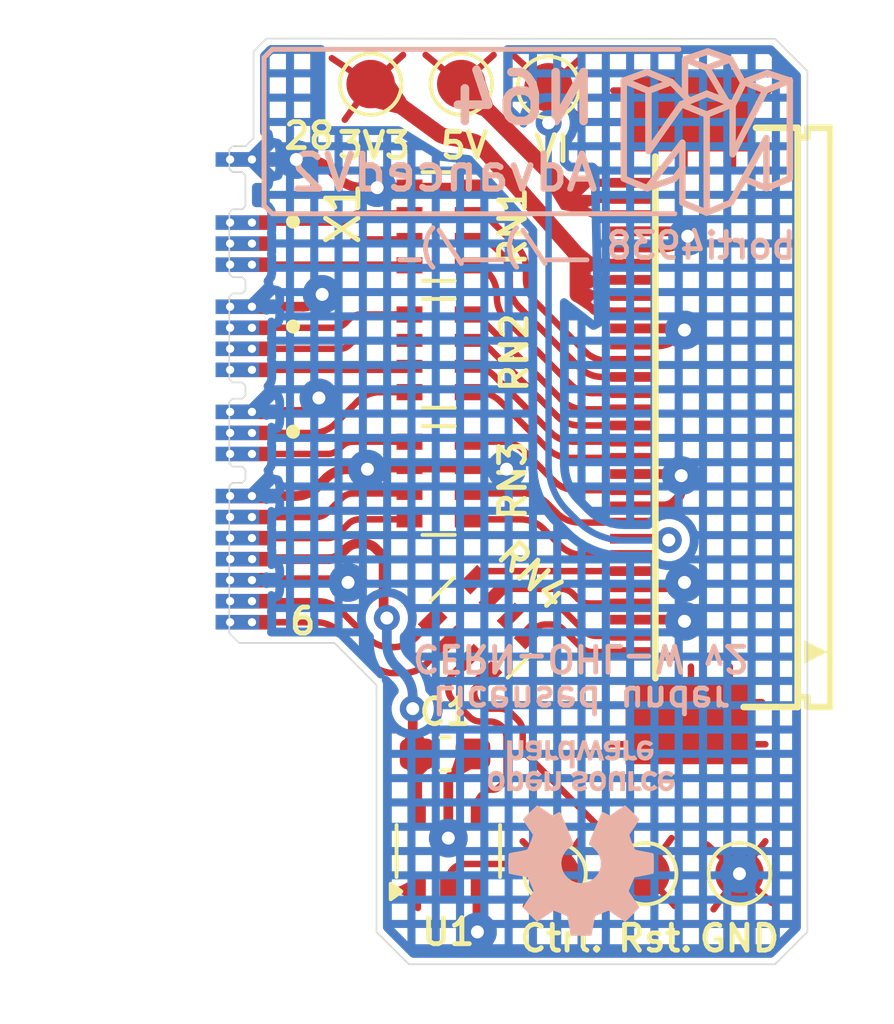
<source format=kicad_pcb>
(kicad_pcb (version 20241229) (generator "pcbnew") (generator_version "9.0")
  (title_block (title "RCP2N64Adv2") (rev "v20231105") (company "Peter 'borti4938' Bartmann") (comment 1 "Schematic and PCB (c) 2021-2023 by Peter Bartmann") (comment 2 "Licensed under CERN-OHL-W v2"))
  (layers (0 "F.Cu" signal) (2 "B.Cu" signal) (13 "F.Paste" user) (15 "B.Paste" user) (5 "F.SilkS" user "F.Silkscreen") (7 "B.SilkS" user "B.Silkscreen") (1 "F.Mask" user) (3 "B.Mask" user) (25 "Edge.Cuts" user))
  (net 0 "")
  (net 1 "+3.3VA")
  (net 2 "GND")
  (net 3 "+5V")
  (net 4 "Net-(J3-Pin_1)")
  (net 5 "Net-(J4-Pin_1)")
  (net 6 "Net-(J5-Pin_1)")
  (net 7 "Net-(J6-Pin_13)")
  (net 8 "Net-(J6-Pin_17)")
  (net 9 "Net-(J6-Pin_14)")
  (net 10 "+3V3")
  (net 11 "Net-(J6-Pin_15)")
  (net 12 "Net-(J6-Pin_18)")
  (net 13 "Net-(J6-Pin_16)")
  (net 14 "Net-(RN1-R4.1)")
  (net 15 "Net-(RN1-R2.1)")
  (net 16 "Net-(RN1-R3.1)")
  (net 17 "Net-(RN2-R1.1)")
  (net 18 "Net-(RN2-R2.1)")
  (net 19 "Net-(RN2-R3.1)")
  (net 20 "Net-(RN2-R4.1)")
  (net 21 "Net-(RN3-R3.1)")
  (net 22 "Net-(RN3-R1.1)")
  (net 23 "Net-(RN4-R1.1)")
  (net 25 "Net-(RN3-R4.1)")
  (net 26 "/CTRL")
  (net 27 "Net-(RN4-R2.1)")
  (net 28 "Net-(J6-Pin_1)")
  (net 29 "Net-(J6-Pin_6)")
  (net 30 "Net-(J6-Pin_19)")
  (net 31 "Net-(J6-Pin_11)")
  (net 32 "Net-(J6-Pin_4)")
  (net 33 "Net-(J6-Pin_7)")
  (net 34 "Net-(J6-Pin_2)")
  (net 35 "Net-(J6-Pin_9)")
  (footprint "TestPoint:TestPoint_Pad_D1.5mm" (layer "F.Cu") (at 101.5 115.7 90)
    (property "Reference" "J3.1" (hide yes))
    (property "Value" "Conn_01x01")
  )
  (footprint "Capacitor_SMD:C_0603_1608Metric_Pad1.08x0.95mm_HandSolder" (layer "F.Cu") (at 92.4 112)
    (property "Reference" "C1")
    (property "Value" "100nF")
  )
  (footprint "Resistor_SMD:R_Array_Convex_4x0603" (layer "F.Cu") (at 93.5 108.1 45)
    (property "Reference" "RN4")
    (property "Value" "R_Pack04")
  )
  (footprint "Resistor_SMD:R_Array_Convex_4x0603" (layer "F.Cu") (at 92.2 103.55)
    (property "Reference" "RN3")
    (property "Value" "R_Pack04")
  )
  (footprint "Resistor_SMD:R_Array_Convex_4x0603" (layer "F.Cu") (at 92.2 99.62)
    (property "Reference" "RN2")
    (property "Value" "R_Pack04")
  )
  (footprint "smd_edge_con:small" (layer "F.Cu") (at 85.76 105.98)
    (property "Reference" "X2" (hide yes))
    (property "Value" "Conn_01x01")
  )
  (footprint "TestPoint:TestPoint_Pad_D1.5mm" (layer "F.Cu") (at 92.9 91.3)
    (property "Reference" "J1" (hide yes))
    (property "Value" "Conn_01x01")
  )
  (footprint "TestPoint:TestPoint_Pad_D1.5mm" (layer "F.Cu") (at 95.6 91.4)
    (property "Reference" "J3" (hide yes))
    (property "Value" "Conn_01x01")
  )
  (footprint "fh12-30s-0_5:FH12-30S-0.5SH" (layer "F.Cu") (at 101.4 101.6 90)
    (property "Reference" "J6" (hide yes))
    (property "Value" "Conn_01x30")
  )
  (footprint "Resistor_SMD:R_Array_Convex_4x0603" (layer "F.Cu") (at 92.2 95.7)
    (property "Reference" "RN1")
    (property "Value" "R_Pack04")
  )
  (footprint "TestPoint:TestPoint_Pad_D1.5mm" (layer "F.Cu") (at 98.6 115.7 180)
    (property "Reference" "J5" (hide yes))
    (property "Value" "Conn_01x01")
  )
  (footprint "TestPoint:TestPoint_Pad_D1.5mm" (layer "F.Cu") (at 90.1 91.3 180)
    (property "Reference" "J2" (hide yes))
    (property "Value" "Conn_01x01")
  )
  (footprint "n64rcp:Connector_RCP_Vi+Aud_Interface_no_3V3" (layer "F.Cu") (at 85.755 107.93)
    (property "Reference" "X1")
    (property "Value" "n64_rcp_vid_aud_out_no_3v3_con")
  )
  (footprint "TestPoint:TestPoint_Pad_D1.5mm" (layer "F.Cu") (at 95.8 115.7 180)
    (property "Reference" "J4" (hide yes))
    (property "Value" "Conn_01x01")
  )
  (footprint "Package_SO:TSOP-5_1.65x3.05mm_P0.95mm" (layer "F.Cu") (at 92.5 115 90)
    (property "Reference" "U1")
    (property "Value" "74LVC1G17")
  )
  (footprint "Symbol:OSHW-Logo_5.7x6mm_SilkScreen" (layer "B.Cu") (at 96.6 114.6)
    (property "Reference" "REF**" (hide yes))
    (property "Value" "OSHW-Logo_5.7x6mm_SilkScreen" (hide yes))
  )
  (gr_line (start 91.5 112.7) (end 91.9 112.3) (stroke (width 0.2)) (layer "F.Cu") (net 1))
  (gr_line (start 101.2 110.4) (end 101.2 109.3) (stroke (width 0.2)) (layer "F.Cu"))
  (gr_line (start 95.8 115.7) (end 96.7 116.6) (stroke (width 0.2)) (layer "F.Cu") (net 5))
  (gr_line (start 97.9 115) (end 98.5 115.2) (stroke (width 0.2)) (layer "F.Cu") (net 6))
  (gr_line (start 96.6 97.6) (end 97 97.8) (stroke (width 0.2)) (layer "F.Cu") (net 10))
  (gr_line (start 92.7 112.5) (end 92.9 111.9) (stroke (width 0.2)) (layer "F.Cu") (net 2))
  (gr_arc (start 96.2 95) (mid 96.181266 94.979319) (end 96.16466 94.956893) (stroke (width 0.2)) (layer "F.Cu") (net 3))
  (gr_line (start 101.5 92.6) (end 102.4 92.6) (stroke (width 0.2)) (layer "F.Cu"))
  (gr_line (start 91.4 116.2) (end 90.9 116.2) (stroke (width 0.2)) (layer "F.Cu") (net 24))
  (gr_line (start 93.6 92.2) (end 92.8 91.9) (stroke (width 0.2)) (layer "F.Cu") (net 3))
  (gr_line (start 91.4 113.6) (end 91.5 113.2) (stroke (width 0.2)) (layer "F.Cu") (net 1))
  (gr_line (start 90.1 91.3) (end 89.3 92.4) (stroke (width 0.2)) (layer "F.Cu") (net 10))
  (gr_line (start 91 116.2) (end 91.4 116) (stroke (width 0.2)) (layer "F.Cu") (net 24))
  (gr_line (start 101.5 115.7) (end 100.5 114.8) (stroke (width 0.2)) (layer "F.Cu") (net 2))
  (gr_line (start 100 110.4) (end 100 109.3) (stroke (width 0.2)) (layer "F.Cu"))
  (gr_line (start 96.5 94.7) (end 96.858256 94.355628) (stroke (width 0.2)) (layer "F.Cu") (net 3))
  (gr_line (start 101.4 111.7) (end 102.3 111.7) (stroke (width 0.2)) (layer "F.Cu"))
  (gr_line (start 93.6 116.4) (end 93.4 116.8) (stroke (width 0.2)) (layer "F.Cu") (net 2))
  (gr_line (start 90.1 91.3) (end 88.9 90.5) (stroke (width 0.2)) (layer "F.Cu") (net 10))
  (gr_line (start 96.6 97) (end 97 96.8) (stroke (width 0.2)) (layer "F.Cu") (net 10))
  (gr_line (start 95.8 115.7) (end 96.6 114.6) (stroke (width 0.2)) (layer "F.Cu") (net 5))
  (gr_line (start 98.3 111.7) (end 97.4 111.7) (stroke (width 0.2)) (layer "F.Cu"))
  (gr_line (start 92.9 91.3) (end 91.8 90.4) (stroke (width 0.2)) (layer "F.Cu") (net 3))
  (gr_line (start 97 96.8) (end 96.5 96.4) (stroke (width 0.2)) (layer "F.Cu") (net 10))
  (gr_line (start 90.1 91.9) (end 90.9 92.1) (stroke (width 0.2)) (layer "F.Cu") (net 10))
  (gr_line (start 95.2 115.7) (end 95 115.4) (stroke (width 0.2)) (layer "F.Cu") (net 5))
  (gr_line (start 98 115.7) (end 97.9 115) (stroke (width 0.2)) (layer "F.Cu") (net 6))
  (gr_line (start 90.7 91.2) (end 91.1 91.8) (stroke (width 0.2)) (layer "F.Cu") (net 10))
  (gr_line (start 96.2 94.4) (end 96.858255 94.355628) (stroke (width 0.2)) (layer "F.Cu") (net 3))
  (gr_line (start 98.6 115.7) (end 99.5 116.7) (stroke (width 0.2)) (layer "F.Cu") (net 6))
  (gr_line (start 101.5 115.7) (end 100.7 116.8) (stroke (width 0.2)) (layer "F.Cu") (net 2))
  (gr_line (start 95.6 91.4) (end 94.5 90.4) (stroke (width 0.2)) (layer "F.Cu") (net 4))
  (gr_line (start 95 115.4) (end 95.6 115.2) (stroke (width 0.2)) (layer "F.Cu") (net 5))
  (gr_line (start 101.4 91.5) (end 102.4 91.5) (stroke (width 0.2)) (layer "F.Cu"))
  (gr_line (start 96.6 97.2) (end 97.2 97.4) (stroke (width 0.2)) (layer "F.Cu") (net 10))
  (gr_line (start 97 97.8) (end 96.8 98) (stroke (width 0.2)) (layer "F.Cu") (net 10))
  (gr_line (start 101.3 93.1) (end 101.3 93.9) (stroke (width 0.2)) (layer "F.Cu"))
  (gr_line (start 97.2 97.4) (end 96.6 97.6) (stroke (width 0.2)) (layer "F.Cu") (net 10))
  (gr_line (start 96.6 90.5) (end 95.6 91.4) (stroke (width 0.2)) (layer "F.Cu") (net 4))
  (gr_line (start 91.2 112.3) (end 91.5 112.7) (stroke (width 0.2)) (layer "F.Cu") (net 1))
  (gr_line (start 98.6 115.7) (end 97.8 116.8) (stroke (width 0.2)) (layer "F.Cu") (net 6))
  (gr_line (start 96.058601 95.0931) (end 95.4 94) (stroke (width 0.2)) (layer "F.Cu") (net 3))
  (gr_line (start 98.4 92.5) (end 97.5 92.5) (stroke (width 0.2)) (layer "F.Cu"))
  (gr_line (start 93.3 112.3) (end 92.6 112.7) (stroke (width 0.2)) (layer "F.Cu") (net 2))
  (gr_line (start 98.5 91.5) (end 97.6 91.5) (stroke (width 0.2)) (layer "F.Cu"))
  (gr_line (start 90.1 91.3) (end 91.1 90.4) (stroke (width 0.2)) (layer "F.Cu") (net 10))
  (gr_line (start 96.8 97.05) (end 97.3 96.8) (stroke (width 0.2)) (layer "F.Cu") (net 10))
  (gr_line (start 95.6 91.4) (end 96.6 92.4) (stroke (width 0.2)) (layer "F.Cu") (net 4))
  (gr_line (start 96.5 95.1) (end 97.224375 94.85) (stroke (width 0.2)) (layer "F.Cu") (net 3))
  (gr_line (start 91.5 113.2) (end 91.7 113.6) (stroke (width 0.2)) (layer "F.Cu") (net 1))
  (gr_line (start 93.8 92) (end 93.5 91.1) (stroke (width 0.2)) (layer "F.Cu") (net 3))
  (gr_line (start 96.8 96.9) (end 96.8 97.2) (stroke (width 0.2)) (layer "F.Cu") (net 10))
  (gr_line (start 93.3 113.6) (end 93.5 113.3) (stroke (width 0.2)) (layer "F.Cu") (net 26))
  (gr_line (start 97 98.3) (end 96.4 97.9) (stroke (width 0.2)) (layer "F.Cu") (net 10))
  (gr_line (start 101.5 115.7) (end 102.3 114.7) (stroke (width 0.2)) (layer "F.Cu") (net 2))
  (gr_line (start 95.8 115.7) (end 94.8 114.7) (stroke (width 0.2)) (layer "F.Cu") (net 5))
  (gr_line (start 93.6 113.6) (end 93.502711 113.3) (stroke (width 0.2)) (layer "F.Cu") (net 26))
  (gr_line (start 92.9 91.3) (end 93.9 90.4) (stroke (width 0.2)) (layer "F.Cu") (net 3))
  (gr_line (start 91 116.2) (end 91.4 116.4) (stroke (width 0.2)) (layer "F.Cu") (net 24))
  (gr_line (start 91.56 116.16) (end 91.56 116.76) (stroke (width 0.2)) (layer "F.Cu") (net 24))
  (gr_line (start 91.4 111.2) (end 91.7 111.6) (stroke (width 0.2)) (layer "F.Cu") (net 1))
  (gr_line (start 98.6 115.7) (end 99.4 114.6) (stroke (width 0.2)) (layer "F.Cu") (net 6))
  (gr_line (start 95.8 115.7) (end 94.9 116.7) (stroke (width 0.2)) (layer "F.Cu") (net 5))
  (gr_line (start 98.3 110.5) (end 97.4 110.5) (stroke (width 0.2)) (layer "F.Cu"))
  (gr_line (start 99.8 93.1) (end 99.8 93.9) (stroke (width 0.2)) (layer "F.Cu"))
  (gr_line (start 95.6 91.4) (end 96.6 90.5) (stroke (width 0.2)) (layer "F.Cu") (net 4))
  (gr_line (start 101.2 110.4) (end 102.2 110.4) (stroke (width 0.2)) (layer "F.Cu"))
  (gr_line (start 96.1 95.1) (end 96.7 95.2) (stroke (width 0.2)) (layer "F.Cu") (net 3))
  (gr_line (start 91.4 111.2) (end 91.2 111.7) (stroke (width 0.2)) (layer "F.Cu") (net 1))
  (gr_line (start 101.5 115.7) (end 102.5 116.6) (stroke (width 0.2)) (layer "F.Cu") (net 2))
  (gr_circle (center 87.7 95.55) (end 87.841421 95.55) (stroke (width 0.15)) (fill yes) (layer "F.SilkS"))
  (gr_circle (center 87.7 102.041421) (end 87.841421 102.041421) (stroke (width 0.15)) (fill yes) (layer "F.SilkS"))
  (gr_circle (center 87.7 98.791421) (end 87.841421 98.791421) (stroke (width 0.15)) (fill yes) (layer "F.SilkS"))
  (gr_line (start 102.333163 92.971192) (end 102.333163 94.514901) (stroke (width 0.2)) (layer "B.SilkS"))
  (gr_line (start 103.055217 91.191941) (end 102.3 91.5) (stroke (width 0.2)) (layer "B.SilkS"))
  (gr_line (start 103.055217 91.191941) (end 102.360397 90.965285) (stroke (width 0.2)) (layer "B.SilkS"))
  (gr_line (start 100.487356 92.24317) (end 100.487356 95.273213) (stroke (width 0.2)) (layer "B.SilkS"))
  (gr_line (start 101.221444 90.536244) (end 100.523622 90.291585) (stroke (width 0.2)) (layer "B.SilkS"))
  (gr_line (start 99.735122 94.962045) (end 100.487356 95.273213) (stroke (width 0.2)) (layer "B.SilkS"))
  (gr_line (start 99.735122 93.113175) (end 99.735122 93.898628) (stroke (width 0.2)) (layer "B.SilkS"))
  (gr_line (start 99.735122 93.898628) (end 99.735122 94.962045) (stroke (width 0.2)) (layer "B.SilkS"))
  (gr_line (start 101.103631 91.844378) (end 101.287909 91.916954) (stroke (width 0.2)) (layer "B.SilkS"))
  (gr_line (start 100.496428 91.599659) (end 99.958709 91.820157) (stroke (width 0.2)) (layer "B.SilkS"))
  (gr_line (start 101.287909 91.950159) (end 101.287909 93.466635) (stroke (width 0.2)) (layer "B.SilkS"))
  (gr_line (start 99.81662 91.672135) (end 99.81662 90.533291) (stroke (width 0.2)) (layer "B.SilkS"))
  (gr_line (start 100.496428 90.802079) (end 101.103631 91.844378) (stroke (width 0.2)) (layer "B.SilkS"))
  (gr_line (start 102.360397 90.965285) (end 101.64135 91.234162) (stroke (width 0.2)) (layer "B.SilkS"))
  (gr_line (start 86.803834 95.052211) (end 86.803835 90.480212) (stroke (width 0.1524)) (layer "B.SilkS"))
  (gr_line (start 103.055216 94.218878) (end 103.055217 91.191941) (stroke (width 0.2)) (layer "B.SilkS"))
  (gr_line (start 101.236441 94.96515) (end 102.333163 92.971192) (stroke (width 0.2)) (layer "B.SilkS"))
  (gr_line (start 102.3 91.5) (end 101.64135 91.234162) (stroke (width 0.2)) (layer "B.SilkS"))
  (gr_line (start 99.707879 91.922912) (end 98.686747 93.369981) (stroke (width 0.2)) (layer "B.SilkS"))
  (gr_line (start 100.523622 90.291585) (end 99.81662 90.533291) (stroke (width 0.2)) (layer "B.SilkS"))
  (gr_line (start 98.686747 91.50597) (end 99.393751 91.237179) (stroke (width 0.2)) (layer "B.SilkS"))
  (gr_line (start 98.647475 94.518006) (end 99.735122 93.113175) (stroke (width 0.2)) (layer "B.SilkS"))
  (gr_line (start 99.393751 91.237179) (end 99.958709 91.820157) (stroke (width 0.2)) (layer "B.SilkS"))
  (gr_line (start 102.333163 94.514901) (end 103.055216 94.218878) (stroke (width 0.2)) (layer "B.SilkS"))
  (gr_line (start 102.333163 94.514901) (end 101.64135 94.230913) (stroke (width 0.2)) (layer "B.SilkS"))
  (gr_line (start 101.287909 91.950159) (end 101.623197 91.270329) (stroke (width 0.2)) (layer "B.SilkS"))
  (gr_line (start 101.64135 94.230913) (end 102.333163 92.971192) (stroke (width 0.2)) (layer "B.SilkS"))
  (gr_line (start 99.503834 95.306213) (end 87.057835 95.306213) (stroke (width 0.1524)) (layer "B.SilkS"))
  (gr_line (start 87.057835 95.306213) (end 86.803834 95.052211) (stroke (width 0.1524)) (layer "B.SilkS"))
  (gr_line (start 99.81662 90.533291) (end 100.496428 90.802079) (stroke (width 0.2)) (layer "B.SilkS"))
  (gr_line (start 97.922459 91.191942) (end 97.922459 94.218878) (stroke (width 0.2)) (layer "B.SilkS"))
  (gr_line (start 86.803835 90.480212) (end 87.057834 90.226212) (stroke (width 0.1524)) (layer "B.SilkS"))
  (gr_line (start 101.287909 91.916954) (end 100.496428 91.599659) (stroke (width 0.2)) (layer "B.SilkS"))
  (gr_line (start 101.287909 93.466635) (end 102.3 91.5) (stroke (width 0.2)) (layer "B.SilkS"))
  (gr_line (start 101.623197 91.270329) (end 101.221444 90.536244) (stroke (width 0.2)) (layer "B.SilkS"))
  (gr_line (start 100.487356 95.273213) (end 101.236441 94.96515) (stroke (width 0.2)) (layer "B.SilkS"))
  (gr_line (start 101.287909 91.916954) (end 101.287909 91.950159) (stroke (width 0.2)) (layer "B.SilkS"))
  (gr_line (start 100.496428 90.802079) (end 101.221444 90.536244) (stroke (width 0.2)) (layer "B.SilkS"))
  (gr_line (start 97.922459 94.218878) (end 98.647475 94.518006) (stroke (width 0.2)) (layer "B.SilkS"))
  (gr_line (start 99.735122 93.898628) (end 99.487291 94.22795) (stroke (width 0.2)) (layer "B.SilkS"))
  (gr_line (start 98.686747 91.50597) (end 97.922459 91.191942) (stroke (width 0.2)) (layer "B.SilkS"))
  (gr_line (start 98.647475 90.928976) (end 97.922459 91.191942) (stroke (width 0.2)) (layer "B.SilkS"))
  (gr_line (start 100.496428 91.599659) (end 99.707879 91.922912) (stroke (width 0.2)) (layer "B.SilkS"))
  (gr_line (start 99.958709 91.820157) (end 99.707879 91.922912) (stroke (width 0.2)) (layer "B.SilkS"))
  (gr_line (start 99.393751 91.237179) (end 98.647475 90.928976) (stroke (width 0.2)) (layer "B.SilkS"))
  (gr_line (start 99.487291 94.22795) (end 98.647475 94.518006) (stroke (width 0.2)) (layer "B.SilkS"))
  (gr_line (start 101.103631 91.844378) (end 100.496428 91.599659) (stroke (width 0.2)) (layer "B.SilkS"))
  (gr_line (start 87.057834 90.226212) (end 99.630835 90.226212) (stroke (width 0.1524)) (layer "B.SilkS"))
  (gr_line (start 98.686747 93.369981) (end 98.686747 91.50597) (stroke (width 0.2)) (layer "B.SilkS"))
  (gr_line (start 101.64135 91.234162) (end 101.287909 91.950159) (stroke (width 0.2)) (layer "B.SilkS"))
  (gr_line (start 100.487356 92.24317) (end 99.707879 91.922912) (stroke (width 0.2)) (layer "B.SilkS"))
  (gr_line (start 101.287909 91.916954) (end 100.487356 92.24317) (stroke (width 0.2)) (layer "B.SilkS"))
  (gr_line (start 85.73 100.42) (end 85.83 100.52) (stroke (width 0.05)) (layer "Edge.Cuts"))
  (gr_line (start 85.73 106.32) (end 85.73 103.72) (stroke (width 0.05)) (layer "Edge.Cuts"))
  (gr_line (start 85.73 103.02) (end 85.83 103.12) (stroke (width 0.05)) (layer "Edge.Cuts"))
  (gr_line (start 86.03 108.57) (end 88.98 108.57) (stroke (width 0.05)) (layer "Edge.Cuts"))
  (gr_line (start 85.83 103.62) (end 85.73 103.72) (stroke (width 0.05)) (layer "Edge.Cuts"))
  (gr_line (start 86.23 100.92) (end 86.13 101.02) (stroke (width 0.05)) (layer "Edge.Cuts"))
  (gr_line (start 86.13 94.02) (end 86.23 94.12) (stroke (width 0.05)) (layer "Edge.Cuts"))
  (gr_line (start 86.13 97.27) (end 86.23 97.37) (stroke (width 0.05)) (layer "Edge.Cuts"))
  (gr_line (start 103.6 117.5) (end 103.6 90.9) (stroke (width 0.05)) (layer "Edge.Cuts"))
  (gr_line (start 86.48 92.97) (end 86.48 90.3) (stroke (width 0.05)) (layer "Edge.Cuts"))
  (gr_line (start 85.73 103.02) (end 85.73 101.12) (stroke (width 0.05)) (layer "Edge.Cuts"))
  (gr_line (start 102.6 89.8996) (end 103.6 90.9) (stroke (width 0.05)) (layer "Edge.Cuts"))
  (gr_line (start 86.23 103.22) (end 86.23 103.52) (stroke (width 0.05)) (layer "Edge.Cuts"))
  (gr_line (start 102.6 118.5) (end 103.6 117.5) (stroke (width 0.05)) (layer "Edge.Cuts"))
  (gr_line (start 85.83 101.02) (end 85.73 101.12) (stroke (width 0.05)) (layer "Edge.Cuts"))
  (gr_line (start 86.13 101.02) (end 85.83 101.02) (stroke (width 0.05)) (layer "Edge.Cuts"))
  (gr_line (start 90.28 109.87) (end 88.98 108.57) (stroke (width 0.05)) (layer "Edge.Cuts"))
  (gr_line (start 85.73 108.27) (end 85.73 106.32) (stroke (width 0.05)) (layer "Edge.Cuts"))
  (gr_line (start 86.477501 90.293319) (end 86.877501 89.893319) (stroke (width 0.05)) (layer "Edge.Cuts"))
  (gr_line (start 86.13 97.77) (end 85.83 97.77) (stroke (width 0.05)) (layer "Edge.Cuts"))
  (gr_line (start 85.83 97.77) (end 85.73 97.87) (stroke (width 0.05)) (layer "Edge.Cuts"))
  (gr_line (start 85.73 93.32) (end 85.73 93.92) (stroke (width 0.05)) (layer "Edge.Cuts"))
  (gr_line (start 102.6 118.5) (end 91.28 118.5) (stroke (width 0.05)) (layer "Edge.Cuts"))
  (gr_line (start 86.23 94.12) (end 86.23 95.07) (stroke (width 0.05)) (layer "Edge.Cuts"))
  (gr_line (start 85.73 95.27) (end 85.73 97.17) (stroke (width 0.05)) (layer "Edge.Cuts"))
  (gr_line (start 85.83 103.12) (end 86.13 103.12) (stroke (width 0.05)) (layer "Edge.Cuts"))
  (gr_line (start 86.23 95.07) (end 86.13 95.17) (stroke (width 0.05)) (layer "Edge.Cuts"))
  (gr_line (start 85.73 108.27) (end 86.03 108.57) (stroke (width 0.05)) (layer "Edge.Cuts"))
  (gr_line (start 90.28 109.87) (end 90.28 117.5) (stroke (width 0.05)) (layer "Edge.Cuts"))
  (gr_line (start 85.73 93.92) (end 85.83 94.02) (stroke (width 0.05)) (layer "Edge.Cuts"))
  (gr_line (start 86.23 93.22) (end 86.48 92.97) (stroke (width 0.05)) (layer "Edge.Cuts"))
  (gr_line (start 85.73 97.17) (end 85.83 97.27) (stroke (width 0.05)) (layer "Edge.Cuts"))
  (gr_line (start 91.28 118.5) (end 90.28 117.5) (stroke (width 0.05)) (layer "Edge.Cuts"))
  (gr_line (start 86.13 100.52) (end 86.23 100.62) (stroke (width 0.05)) (layer "Edge.Cuts"))
  (gr_line (start 85.83 93.22) (end 85.73 93.32) (stroke (width 0.05)) (layer "Edge.Cuts"))
  (gr_line (start 85.73 97.87) (end 85.73 100.42) (stroke (width 0.05)) (layer "Edge.Cuts"))
  (gr_line (start 86.23 100.62) (end 86.23 100.92) (stroke (width 0.05)) (layer "Edge.Cuts"))
  (gr_line (start 86.877501 89.893319) (end 102.6 89.8996) (stroke (width 0.05)) (layer "Edge.Cuts"))
  (gr_line (start 86.23 103.52) (end 86.13 103.62) (stroke (width 0.05)) (layer "Edge.Cuts"))
  (gr_line (start 85.83 93.22) (end 86.23 93.22) (stroke (width 0.05)) (layer "Edge.Cuts"))
  (gr_line (start 86.23 97.37) (end 86.23 97.67) (stroke (width 0.05)) (layer "Edge.Cuts"))
  (gr_line (start 85.83 100.52) (end 86.13 100.52) (stroke (width 0.05)) (layer "Edge.Cuts"))
  (gr_line (start 86.13 103.12) (end 86.23 103.22) (stroke (width 0.05)) (layer "Edge.Cuts"))
  (gr_line (start 86.13 95.17) (end 85.83 95.17) (stroke (width 0.05)) (layer "Edge.Cuts"))
  (gr_line (start 85.83 95.17) (end 85.73 95.27) (stroke (width 0.05)) (layer "Edge.Cuts"))
  (gr_line (start 86.13 103.62) (end 85.83 103.62) (stroke (width 0.05)) (layer "Edge.Cuts"))
  (gr_line (start 85.83 94.02) (end 86.13 94.02) (stroke (width 0.05)) (layer "Edge.Cuts"))
  (gr_line (start 85.83 97.27) (end 86.13 97.27) (stroke (width 0.05)) (layer "Edge.Cuts"))
  (gr_line (start 86.23 97.67) (end 86.13 97.77) (stroke (width 0.05)) (layer "Edge.Cuts"))
  (gr_text "3V3" (at 90.2 93.2 0) (layer "F.SilkS") (effects (font (size 0.8 0.8))))
  (gr_text "5V" (at 93 93.2 0) (layer "F.SilkS") (effects (font (size 0.8 0.8))))
  (gr_text "VI" (at 95.7 93.3 0) (layer "F.SilkS") (effects (font (size 0.8 0.8))))
  (gr_text "6" (at 88 107.9 0) (layer "F.SilkS") (effects (font (size 0.8 0.8))))
  (gr_text "Rst." (at 98.9 117.7 0) (layer "F.SilkS") (effects (font (size 0.8 0.8))))
  (gr_text "28" (at 88.2 92.9 0) (layer "F.SilkS") (effects (font (size 0.8 0.8))))
  (gr_text "Ctrl." (at 96 117.7 0) (layer "F.SilkS") (effects (font (size 0.8 0.8))))
  (gr_text "GND" (at 101.5 117.7 0) (layer "F.SilkS") (effects (font (size 0.8 0.8))))
  (gr_text "AdvancedV2" (at 97.217834 94.671212 0) (layer "B.SilkS") (effects (font (size 1.0795 1.0795) (thickness 0.1905)) (justify left bottom mirror)))
  (gr_text "Licensed under\nCERN-OHL-W v2" (at 96.6 109.680001 180) (layer "B.SilkS") (effects (font (size 0.8 0.8)) (justify mirror)))
  (gr_text "borti4938 __/)__/)_" (at 103.323834 96.292212 0) (layer "B.SilkS") (effects (font (size 0.8 0.8)) (justify left mirror)))
  (gr_text "N64" (at 97.217834 92.639212 0) (layer "B.SilkS") (effects (font (size 1.5113 1.5113) (thickness 0.2667)) (justify left bottom mirror)))
  (segment (start 89.166447 105.833553) (end 89.353554 105.646446) (width 0.3) (layer "F.Cu") (net 1))
  (segment (start 89.707107 105.5) (end 89.892893 105.5) (width 0.3) (layer "F.Cu") (net 1))
  (segment (start 90.5 107.7) (end 90.6 107.8) (width 0.3) (layer "F.Cu") (net 1))
  (segment (start 91.4 111.862501) (end 91.537499 112) (width 0.3) (layer "F.Cu") (net 1))
  (segment (start 91.537499 112) (end 91.537499 113.827499) (width 0.3) (layer "F.Cu") (net 1))
  (segment (start 91.537499 113.827499) (end 91.55 113.84) (width 0.3) (layer "F.Cu") (net 1))
  (segment (start 91.4 110.6) (end 91.4 111.862501) (width 0.3) (layer "F.Cu") (net 1))
  (segment (start 90.246447 105.646447) (end 90.353554 105.753554) (width 0.3) (layer "F.Cu") (net 1))
  (segment (start 86.435 105.98) (end 88.812893 105.98) (width 0.3) (layer "F.Cu") (net 1))
  (segment (start 90.5 106.107107) (end 90.5 107.7) (width 0.3) (layer "F.Cu") (net 1))
  (via (at 90.6 107.8) (size 0.8) (drill 0.4) (layers "F.Cu" "B.Cu") (net 1))
  (via (at 91.4 110.6) (size 0.8) (drill 0.4) (layers "F.Cu" "B.Cu") (net 1))
  (arc (start 89.707107 105.5) (mid 89.515766 105.53806) (end 89.353554 105.646446) (width 0.3) (layer "F.Cu") (net 1))
  (arc (start 89.892893 105.5) (mid 90.084235 105.53806) (end 90.246447 105.646447) (width 0.3) (layer "F.Cu") (net 1))
  (arc (start 90.353554 105.753554) (mid 90.46194 105.915766) (end 90.5 106.107107) (width 0.3) (layer "F.Cu") (net 1))
  (arc (start 89.166447 105.833553) (mid 89.004235 105.94194) (end 88.812893 105.98) (width 0.3) (layer "F.Cu") (net 1))
  (segment (start 91.4 110.214214) (end 91.4 110.6) (width 0.3) (layer "B.Cu") (net 1))
  (segment (start 90.6 107.8) (end 90.6 108.585786) (width 0.3) (layer "B.Cu") (net 1))
  (segment (start 90.892893 109.292893) (end 91.107107 109.507107) (width 0.3) (layer "B.Cu") (net 1))
  (arc (start 90.6 108.585786) (mid 90.67612 108.968469) (end 90.892893 109.292893) (width 0.3) (layer "B.Cu") (net 1))
  (arc (start 91.4 110.214214) (mid 91.32388 109.831531) (end 91.107107 109.507107) (width 0.3) (layer "B.Cu") (net 1))
  (segment (start 86.43 98.18) (end 88.012893 98.18) (width 0.3) (layer "F.Cu") (net 2))
  (segment (start 86.43 93.63) (end 87.8 93.63) (width 0.3) (layer "F.Cu") (net 2))
  (segment (start 86.43 104.03) (end 87.755786 104.03) (width 0.3) (layer "F.Cu") (net 2))
  (segment (start 93.262501 112) (end 92.5 112.762501) (width 0.3) (layer "F.Cu") (net 2))
  (segment (start 93.4 117.5) (end 93.4 116.21) (width 0.3) (layer "F.Cu") (net 2))
  (segment (start 99.749999 107.849999) (end 99.8 107.9) (width 0.3) (layer "F.Cu") (net 2))
  (segment (start 86.43 106.63) (end 89.33 106.63) (width 0.3) (layer "F.Cu") (net 2))
  (segment (start 99.75 95.85) (end 99.9 96) (width 0.3) (layer "F.Cu") (net 2))
  (segment (start 98.15 95.85) (end 99.75 95.85) (width 0.3) (layer "F.Cu") (net 2))
  (segment (start 88.822893 93.922893) (end 89.107107 94.207107) (width 0.3) (layer "F.Cu") (net 2))
  (segment (start 91.3 94.5) (end 93.1 94.5) (width 0.3) (layer "F.Cu") (net 2))
  (segment (start 98.15 96.349999) (end 99.135787 96.349999) (width 0.3) (layer "F.Cu") (net 2))
  (segment (start 87.8 93.63) (end 88.115786 93.63) (width 0.3) (layer "F.Cu") (net 2))
  (segment (start 89.33 106.63) (end 89.4 106.7) (width 0.3) (layer "F.Cu") (net 2))
  (segment (start 98.15 103.35) (end 99.65 103.35) (width 0.3) (layer "F.Cu") (net 2))
  (segment (start 92.5 112.762501) (end 92.5 114.6) (width 0.3) (layer "F.Cu") (net 2))
  (segment (start 98.15 99.35) (end 98.935786 99.35) (width 0.3) (layer "F.Cu") (net 2))
  (segment (start 94.25 103.15) (end 94.3 103.2) (width 0.3) (layer "F.Cu") (net 2))
  (segment (start 93.1 103.15) (end 94.25 103.15) (width 0.3) (layer "F.Cu") (net 2))
  (segment (start 99.842894 96.057106) (end 99.9 96) (width 0.3) (layer "F.Cu") (net 2))
  (segment (start 90.05 103.15) (end 90 103.2) (width 0.3) (layer "F.Cu") (net 2))
  (segment (start 98.15 104.35) (end 99.142893 104.35) (width 0.3) (layer "F.Cu") (net 2))
  (segment (start 99.642893 99.057107) (end 99.8 98.9) (width 0.3) (layer "F.Cu") (net 2))
  (segment (start 88.216447 101.283553) (end 88.5 101) (width 0.3) (layer "F.Cu") (net 2))
  (segment (start 93.1 103.15) (end 91.3 103.15) (width 0.3) (layer "F.Cu") (net 2))
  (segment (start 99.496447 104.203553) (end 99.553554 104.146446) (width 0.3) (layer "F.Cu") (net 2))
  (segment (start 99.649999 106.850001) (end 99.8 106.7) (width 0.3) (layer "F.Cu") (net 2))
  (segment (start 88.366447 98.033553) (end 88.6 97.8) (width 0.3) (layer "F.Cu") (net 2))
  (segment (start 93.4 116.21) (end 93.45 116.16) (width 0.3) (layer "F.Cu") (net 2))
  (segment (start 86.43 101.43) (end 87.862893 101.43) (width 0.3) (layer "F.Cu") (net 2))
  (segment (start 93.1 94.5) (end 93.187786 94.5) (width 0.3) (layer "F.Cu") (net 2))
  (segment (start 98.15 106.850001) (end 99.649999 106.850001) (width 0.3) (layer "F.Cu") (net 2))
  (segment (start 99.75 98.85) (end 99.8 98.9) (width 0.3) (layer "F.Cu") (net 2))
  (segment (start 98.15 98.85) (end 99.75 98.85) (width 0.3) (layer "F.Cu") (net 2))
  (segment (start 89.814214 94.5) (end 90.3 94.5) (width 0.3) (layer "F.Cu") (net 2))
  (segment (start 91.3 103.15) (end 90.05 103.15) (width 0.3) (layer "F.Cu") (net 2))
  (segment (start 88.462893 103.737107) (end 88.707107 103.492893) (width 0.3) (layer "F.Cu") (net 2))
  (segment (start 99.7 103.792893) (end 99.7 103.4) (width 0.3) (layer "F.Cu") (net 2))
  (segment (start 98.15 107.849999) (end 99.749999 107.849999) (width 0.3) (layer "F.Cu") (net 2))
  (segment (start 99.65 103.35) (end 99.7 103.4) (width 0.3) (layer "F.Cu") (net 2))
  (segment (start 89.414214 103.2) (end 90 103.2) (width 0.3) (layer "F.Cu") (net 2))
  (segment (start 90.3 94.5) (end 91.3 94.5) (width 0.3) (layer "F.Cu") (net 2))
  (via (at 90.3 94.5) (size 0.8) (drill 0.4) (layers "F.Cu" "B.Cu") (net 2))
  (via (at 99.9 96) (size 0.8) (drill 0.4) (layers "F.Cu" "B.Cu") (net 2))
  (via (at 99.7 103.4) (size 0.8) (drill 0.4) (layers "F.Cu" "B.Cu") (net 2))
  (via (at 93.4 117.5) (size 0.8) (drill 0.4) (layers "F.Cu" "B.Cu") (net 2))
  (via (at 99.8 107.9) (size 0.8) (drill 0.4) (layers "F.Cu" "B.Cu") (net 2))
  (via (at 89.4 106.7) (size 0.8) (drill 0.4) (layers "F.Cu" "B.Cu") (net 2))
  (via (at 99.8 106.7) (size 0.8) (drill 0.4) (layers "F.Cu" "B.Cu") (net 2))
  (via (at 94.3 103.2) (size 0.8) (drill 0.4) (layers "F.Cu" "B.Cu") (net 2))
  (via (at 101.5 115.7) (size 0.8) (drill 0.4) (layers "F.Cu" "B.Cu") (net 2))
  (via (at 92.5 114.6) (size 0.8) (drill 0.4) (layers "F.Cu" "B.Cu") (net 2))
  (via (at 88.5 101) (size 0.8) (drill 0.4) (layers "F.Cu" "B.Cu") (net 2))
  (via (at 90 103.2) (size 0.8) (drill 0.4) (layers "F.Cu" "B.Cu") (net 2))
  (via (at 87.8 93.63) (size 0.8) (drill 0.4) (layers "F.Cu" "B.Cu") (net 2))
  (via (at 99.8 98.9) (size 0.8) (drill 0.4) (layers "F.Cu" "B.Cu") (net 2))
  (via (at 88.6 97.8) (size 0.8) (drill 0.4) (layers "F.Cu" "B.Cu") (net 2))
  (arc (start 88.462893 103.737107) (mid 88.13847 103.95388) (end 87.755786 104.03) (width 0.3) (layer "F.Cu") (net 2))
  (arc (start 89.107107 94.207107) (mid 89.43153 94.42388) (end 89.814214 94.5) (width 0.3) (layer "F.Cu") (net 2))
  (arc (start 88.216447 101.283553) (mid 88.054235 101.39194) (end 87.862893 101.43) (width 0.3) (layer "F.Cu") (net 2))
  (arc (start 99.7 103.792893) (mid 99.66194 103.984234) (end 99.553554 104.146446) (width 0.3) (layer "F.Cu") (net 2))
  (arc (start 98.935786 99.35) (mid 99.318469 99.27388) (end 99.642893 99.057107) (width 0.3) (layer "F.Cu") (net 2))
  (arc (start 88.707107 103.492893) (mid 89.03153 103.27612) (end 89.414214 103.2) (width 0.3) (layer "F.Cu") (net 2))
  (arc (start 99.842894 96.057106) (mid 99.518471 96.273879) (end 99.135787 96.349999) (width 0.3) (layer "F.Cu") (net 2))
  (arc (start 88.822893 93.922893) (mid 88.49847 93.70612) (end 88.115786 93.63) (width 0.3) (layer "F.Cu") (net 2))
  (arc (start 99.142893 104.35) (mid 99.334235 104.31194) (end 99.496447 104.203553) (width 0.3) (layer "F.Cu") (net 2))
  (arc (start 88.012893 98.18) (mid 88.204235 98.14194) (end 88.366447 98.033553) (width 0.3) (layer "F.Cu") (net 2))
  (segment (start 92.9 91.3) (end 96.018214 94.418214) (width 0.5) (layer "F.Cu") (net 3))
  (segment (start 98.15 95.350001) (end 97.264215 95.350001) (width 0.25) (layer "F.Cu") (net 3))
  (segment (start 96.16466 94.771767) (end 96.15974 94.776687) (width 0.5) (layer "F.Cu") (net 3))
  (segment (start 96.35 94.85) (end 96.2 94.7) (width 0.25) (layer "F.Cu") (net 3))
  (segment (start 98.15 94.85) (end 96.35 94.85) (width 0.25) (layer "F.Cu") (net 3))
  (segment (start 96.15974 94.951973) (end 96.16466 94.956893) (width 0.5) (layer "F.Cu") (net 3))
  (segment (start 96.557108 95.057108) (end 96.2 94.7) (width 0.25) (layer "F.Cu") (net 3))
  (segment (start 96.15974 94.776687) (end 96.15974 94.951973) (width 0.5) (layer "F.Cu") (net 3))
  (segment (start 98.15 94.35) (end 96.964214 94.35) (width 0.25) (layer "F.Cu") (net 3))
  (segment (start 96.257107 94.642893) (end 96.2 94.7) (width 0.25) (layer "F.Cu") (net 3))
  (arc (start 96.964214 94.35) (mid 96.581531 94.42612) (end 96.257107 94.642893) (width 0.25) (layer "F.Cu") (net 3))
  (arc (start 97.264215 95.350001) (mid 96.881532 95.273881) (end 96.557108 95.057108) (width 0.25) (layer "F.Cu") (net 3))
  (arc (start 96.018214 94.418214) (mid 96.1266 94.580426) (end 96.16466 94.771767) (width 0.5) (layer "F.Cu") (net 3))
  (segment (start 98.191303 105.391302) (end 98.15 105.349999) (width 0.2) (layer "F.Cu") (net 4))
  (segment (start 95.6 92.5) (end 95.6 91.4) (width 0.25) (layer "F.Cu") (net 4))
  (segment (start 99.314497 105.391302) (end 98.191303 105.391302) (width 0.2) (layer "F.Cu") (net 4))
  (via (at 99.314497 105.391302) (size 0.8) (drill 0.4) (layers "F.Cu" "B.Cu") (net 4))
  (via (at 95.6 92.5) (size 0.8) (drill 0.4) (layers "F.Cu" "B.Cu") (net 4))
  (segment (start 96.514214 104.814214) (end 96.185787 104.485787) (width 0.2) (layer "B.Cu") (net 4))
  (segment (start 97.928427 105.4) (end 99.305799 105.4) (width 0.2) (layer "B.Cu") (net 4))
  (segment (start 99.305799 105.4) (end 99.314497 105.391302) (width 0.2) (layer "B.Cu") (net 4))
  (segment (start 95.6 103.071573) (end 95.6 92.5) (width 0.2) (layer "B.Cu") (net 4))
  (arc (start 96.185787 104.485787) (mid 95.752241 103.83694) (end 95.6 103.071573) (width 0.2) (layer "B.Cu") (net 4))
  (arc (start 97.928427 105.4) (mid 97.16306 105.247759) (end 96.514214 104.814214) (width 0.2) (layer "B.Cu") (net 4))
  (segment (start 95.8 115.7) (end 95.5 115.4) (width 0.2) (layer "F.Cu") (net 5))
  (segment (start 92.653553 115.546447) (end 92.646446 115.553554) (width 0.2) (layer "F.Cu") (net 5))
  (segment (start 92.5 115.907107) (end 92.5 116.16) (width 0.2) (layer "F.Cu") (net 5))
  (segment (start 95.5 115.4) (end 93.007107 115.4) (width 0.2) (layer "F.Cu") (net 5))
  (arc (start 93.007107 115.4) (mid 92.815765 115.43806) (end 92.653553 115.546447) (width 0.2) (layer "F.Cu") (net 5))
  (arc (start 92.646446 115.553554) (mid 92.53806 115.715766) (end 92.5 115.907107) (width 0.2) (layer "F.Cu") (net 5))
  (segment (start 94.653553 110.953553) (end 94.446446 110.746446) (width 0.2) (layer "F.Cu") (net 6))
  (segment (start 94.8 111.692893) (end 94.8 111.307107) (width 0.2) (layer "F.Cu") (net 6))
  (segment (start 98.6 115.7) (end 94.946446 112.046446) (width 0.2) (layer "F.Cu") (net 6))
  (segment (start 93.453553 110.453553) (end 93.446446 110.446446) (width 0.2) (layer "F.Cu") (net 6))
  (segment (start 94.092893 110.6) (end 93.807107 110.6) (width 0.2) (layer "F.Cu") (net 6))
  (segment (start 93.3 110.092893) (end 93.3 109.997056) (width 0.2) (layer "F.Cu") (net 6))
  (segment (start 93.3 109.997056) (end 93.712132 109.584924) (width 0.2) (layer "F.Cu") (net 6))
  (arc (start 93.453553 110.453553) (mid 93.615765 110.56194) (end 93.807107 110.6) (width 0.2) (layer "F.Cu") (net 6))
  (arc (start 94.8 111.692893) (mid 94.83806 111.884234) (end 94.946446 112.046446) (width 0.2) (layer "F.Cu") (net 6))
  (arc (start 94.653553 110.953553) (mid 94.76194 111.115765) (end 94.8 111.307107) (width 0.2) (layer "F.Cu") (net 6))
  (arc (start 93.446446 110.446446) (mid 93.33806 110.284234) (end 93.3 110.092893) (width 0.2) (layer "F.Cu") (net 6))
  (arc (start 94.446446 110.746446) (mid 94.284234 110.63806) (end 94.092893 110.6) (width 0.2) (layer "F.Cu") (net 6))
  (segment (start 93.1 100.82) (end 93.405786 100.82) (width 0.2) (layer "F.Cu") (net 7))
  (segment (start 96.264214 102.85) (end 98.149999 102.85) (width 0.2) (layer "F.Cu") (net 7))
  (segment (start 94.112893 101.112893) (end 95.557107 102.557107) (width 0.2) (layer "F.Cu") (net 7))
  (arc (start 96.264214 102.85) (mid 95.881531 102.77388) (end 95.557107 102.557107) (width 0.2) (layer "F.Cu") (net 7))
  (arc (start 94.112893 101.112893) (mid 93.78847 100.89612) (end 93.405786 100.82) (width 0.2) (layer "F.Cu") (net 7))
  (segment (start 93.1 96.9) (end 93.396447 96.9) (width 0.2) (layer "F.Cu") (net 8))
  (segment (start 93.573224 96.973224) (end 93.707107 97.107107) (width 0.2) (layer "F.Cu") (net 8))
  (segment (start 94 97.814214) (end 94 97.885786) (width 0.2) (layer "F.Cu") (net 8))
  (segment (start 94.292893 98.592893) (end 96.257107 100.557107) (width 0.2) (layer "F.Cu") (net 8))
  (segment (start 96.964214 100.85) (end 98.15 100.85) (width 0.2) (layer "F.Cu") (net 8))
  (arc (start 96.964214 100.85) (mid 96.581531 100.77388) (end 96.257107 100.557107) (width 0.2) (layer "F.Cu") (net 8))
  (arc (start 93.573224 96.973224) (mid 93.492118 96.919031) (end 93.396447 96.9) (width 0.2) (layer "F.Cu") (net 8))
  (arc (start 93.707107 97.107107) (mid 93.92388 97.43153) (end 94 97.814214) (width 0.2) (layer "F.Cu") (net 8))
  (arc (start 94.292893 98.592893) (mid 94.07612 98.26847) (end 94 97.885786) (width 0.2) (layer "F.Cu") (net 8))
  (segment (start 93.1 100.02) (end 93.205786 100.02) (width 0.2) (layer "F.Cu") (net 9))
  (segment (start 93.912893 100.312893) (end 95.657107 102.057107) (width 0.2) (layer "F.Cu") (net 9))
  (segment (start 96.364214 102.35) (end 98.15 102.35) (width 0.2) (layer "F.Cu") (net 9))
  (arc (start 93.912893 100.312893) (mid 93.58847 100.09612) (end 93.205786 100.02) (width 0.2) (layer "F.Cu") (net 9))
  (arc (start 95.657107 102.057107) (mid 95.98153 102.27388) (end 96.364214 102.35) (width 0.2) (layer "F.Cu") (net 9))
  (segment (start 98.15 98.35) (end 97 98.3) (width 0.25) (layer "F.Cu") (net 10))
  (segment (start 96.5 97.4) (end 96.5 97.8) (width 0.5) (layer "F.Cu") (net 10))
  (segment (start 98.15 97.35) (end 96.5 97.4) (width 0.25) (layer "F.Cu") (net 10))
  (segment (start 98.15 97.850001) (end 96.5 97.8) (width 0.25) (layer "F.Cu") (net 10))
  (segment (start 90.1 91.3) (end 92.207675 92.832855) (width 0.5) (layer "F.Cu") (net 10))
  (segment (start 98.15 96.85) (end 96.5 96.789592) (width 0.25) (layer "F.Cu") (net 10))
  (segment (start 97 98.3) (end 96.5 97.8) (width 0.25) (layer "F.Cu") (net 10))
  (segment (start 93.51468 93.229477) (end 96.374294 96.458074) (width 0.5) (layer "F.Cu") (net 10))
  (segment (start 96.5 96.789592) (end 96.5 97.4) (width 0.5) (layer "F.Cu") (net 10))
  (segment (start 92.412318 92.920422) (end 93.229828 93.06906) (width 0.5) (layer "F.Cu") (net 10))
  (arc (start 92.412318 92.920422) (mid 92.305062 92.888171) (end 92.207675 92.832855) (width 0.5) (layer "F.Cu") (net 10))
  (arc (start 96.5 96.789592) (mid 96.467518 96.612317) (end 96.374294 96.458074) (width 0.5) (layer "F.Cu") (net 10))
  (arc (start 93.229828 93.06906) (mid 93.385735 93.12533) (end 93.51468 93.229477) (width 0.5) (layer "F.Cu") (net 10))
  (segment (start 93.1 99.22) (end 93.105786 99.22) (width 0.2) (layer "F.Cu") (net 11))
  (segment (start 93.812893 99.512893) (end 95.857107 101.557107) (width 0.2) (layer "F.Cu") (net 11))
  (segment (start 96.564214 101.85) (end 98.15 101.85) (width 0.2) (layer "F.Cu") (net 11))
  (arc (start 93.105786 99.22) (mid 93.488469 99.29612) (end 93.812893 99.512893) (width 0.2) (layer "F.Cu") (net 11))
  (arc (start 96.564214 101.85) (mid 96.181531 101.77388) (end 95.857107 101.557107) (width 0.2) (layer "F.Cu") (net 11))
  (segment (start 93.992893 96.392893) (end 94.107107 96.507107) (width 0.2) (layer "F.Cu") (net 12))
  (segment (start 94.4 97.214214) (end 94.4 97.485786) (width 0.2) (layer "F.Cu") (net 12))
  (segment (start 97.264214 100.35) (end 98.149999 100.35) (width 0.2) (layer "F.Cu") (net 12))
  (segment (start 93.1 96.1) (end 93.285786 96.1) (width 0.2) (layer "F.Cu") (net 12))
  (segment (start 94.692893 98.192893) (end 96.557107 100.057107) (width 0.2) (layer "F.Cu") (net 12))
  (arc (start 93.992893 96.392893) (mid 93.66847 96.17612) (end 93.285786 96.1) (width 0.2) (layer "F.Cu") (net 12))
  (arc (start 94.107107 96.507107) (mid 94.32388 96.83153) (end 94.4 97.214214) (width 0.2) (layer "F.Cu") (net 12))
  (arc (start 97.264214 100.35) (mid 96.881531 100.27388) (end 96.557107 100.057107) (width 0.2) (layer "F.Cu") (net 12))
  (arc (start 94.692893 98.192893) (mid 94.47612 97.86847) (end 94.4 97.485786) (width 0.2) (layer "F.Cu") (net 12))
  (segment (start 93.1 98.42) (end 93.264447 98.42) (width 0.2) (layer "F.Cu") (net 13))
  (segment (start 93.441224 98.493224) (end 96.005107 101.057107) (width 0.2) (layer "F.Cu") (net 13))
  (segment (start 96.712214 101.35) (end 98.15 101.35) (width 0.2) (layer "F.Cu") (net 13))
  (arc (start 93.264447 98.42) (mid 93.360118 98.43903) (end 93.441224 98.493224) (width 0.2) (layer "F.Cu") (net 13))
  (arc (start 96.712214 101.35) (mid 96.329531 101.27388) (end 96.005107 101.057107) (width 0.2) (layer "F.Cu") (net 13))
  (segment (start 86.43 96.88) (end 91.28 96.88) (width 0.2) (layer "F.Cu") (net 14))
  (segment (start 91.28 96.88) (end 91.3 96.9) (width 0.2) (layer "F.Cu") (net 14))
  (segment (start 86.43 95.58) (end 89.216447 95.58) (width 0.2) (layer "F.Cu") (net 15))
  (segment (start 89.393224 95.506776) (end 89.526777 95.373223) (width 0.2) (layer "F.Cu") (net 15))
  (segment (start 89.703553 95.3) (end 91.3 95.3) (width 0.2) (layer "F.Cu") (net 15))
  (arc (start 89.393224 95.506776) (mid 89.312118 95.560969) (end 89.216447 95.58) (width 0.2) (layer "F.Cu") (net 15))
  (arc (start 89.526777 95.373223) (mid 89.607883 95.31903) (end 89.703553 95.3) (width 0.2) (layer "F.Cu") (net 15))
  (segment (start 86.43 96.23) (end 89.428579 96.23) (width 0.2) (layer "F.Cu") (net 16))
  (segment (start 89.641421 96.1) (end 91.3 96.1) (width 0.2) (layer "F.Cu") (net 16))
  (segment (start 89.49929 96.20071) (end 89.570711 96.129289) (width 0.2) (layer "F.Cu") (net 16))
  (arc (start 89.641421 96.1) (mid 89.603153 96.107612) (end 89.570711 96.129289) (width 0.2) (layer "F.Cu") (net 16))
  (arc (start 89.428579 96.23) (mid 89.466848 96.222388) (end 89.49929 96.20071) (width 0.2) (layer "F.Cu") (net 16))
  (segment (start 86.43 98.83) (end 88.962893 98.83) (width 0.2) (layer "F.Cu") (net 17))
  (segment (start 89.787107 98.42) (end 91.3 98.42) (width 0.2) (layer "F.Cu") (net 17))
  (segment (start 89.316447 98.683553) (end 89.433554 98.566446) (width 0.2) (layer "F.Cu") (net 17))
  (arc (start 89.316447 98.683553) (mid 89.154235 98.79194) (end 88.962893 98.83) (width 0.2) (layer "F.Cu") (net 17))
  (arc (start 89.433554 98.566446) (mid 89.595766 98.45806) (end 89.787107 98.42) (width 0.2) (layer "F.Cu") (net 17))
  (segment (start 89.745685 99.22) (end 91.3 99.22) (width 0.2) (layer "F.Cu") (net 18))
  (segment (start 89.437158 99.362842) (end 89.462843 99.337157) (width 0.2) (layer "F.Cu") (net 18))
  (segment (start 86.43 99.48) (end 89.154315 99.48) (width 0.2) (layer "F.Cu") (net 18))
  (arc (start 89.745685 99.22) (mid 89.592612 99.250448) (end 89.462843 99.337157) (width 0.2) (layer "F.Cu") (net 18))
  (arc (start 89.154315 99.48) (mid 89.307389 99.449552) (end 89.437158 99.362842) (width 0.2) (layer "F.Cu") (net 18))
  (segment (start 91.19 100.13) (end 91.3 100.02) (width 0.2) (layer "F.Cu") (net 19))
  (segment (start 86.43 100.13) (end 91.19 100.13) (width 0.2) (layer "F.Cu") (net 19))
  (segment (start 86.43 100.13) (end 86.51 100.05) (width 0.2) (layer "F.Cu") (net 19))
  (segment (start 89.012893 101.787107) (end 89.687107 101.112893) (width 0.2) (layer "F.Cu") (net 20))
  (segment (start 86.43 102.08) (end 88.305786 102.08) (width 0.2) (layer "F.Cu") (net 20))
  (segment (start 90.394214 100.82) (end 91.3 100.82) (width 0.2) (layer "F.Cu") (net 20))
  (arc (start 90.394214 100.82) (mid 90.011531 100.89612) (end 89.687107 101.112893) (width 0.2) (layer "F.Cu") (net 20))
  (arc (start 88.305786 102.08) (mid 88.688469 102.00388) (end 89.012893 101.787107) (width 0.2) (layer "F.Cu") (net 20))
  (segment (start 89.557107 103.95) (end 91.3 103.95) (width 0.2) (layer "F.Cu") (net 21))
  (segment (start 88.766447 104.533553) (end 89.203554 104.096446) (width 0.2) (layer "F.Cu") (net 21))
  (segment (start 86.43 104.68) (end 88.412893 104.68) (width 0.2) (layer "F.Cu") (net 21))
  (arc (start 89.557107 103.95) (mid 89.365766 103.98806) (end 89.203554 104.096446) (width 0.2) (layer "F.Cu") (net 21))
  (arc (start 88.412893 104.68) (mid 88.604235 104.64194) (end 88.766447 104.533553) (width 0.2) (layer "F.Cu") (net 21))
  (segment (start 89.557107 102.35) (end 91.3 102.35) (width 0.2) (layer "F.Cu") (net 22))
  (segment (start 89.116447 102.583553) (end 89.203554 102.496446) (width 0.2) (layer "F.Cu") (net 22))
  (segment (start 86.43 102.73) (end 88.762893 102.73) (width 0.2) (layer "F.Cu") (net 22))
  (arc (start 88.762893 102.73) (mid 88.954235 102.69194) (end 89.116447 102.583553) (width 0.2) (layer "F.Cu") (net 22))
  (arc (start 89.557107 102.35) (mid 89.365766 102.38806) (end 89.203554 102.496446) (width 0.2) (layer "F.Cu") (net 22))
  (segment (start 91.495837 108.407107) (end 92.015076 107.887868) (width 0.2) (layer "F.Cu") (net 23))
  (segment (start 89.172893 107.572893) (end 90.007107 108.407107) (width 0.2) (layer "F.Cu") (net 23))
  (segment (start 90.714214 108.7) (end 90.78873 108.7) (width 0.2) (layer "F.Cu") (net 23))
  (segment (start 86.43 107.28) (end 88.465786 107.28) (width 0.2) (layer "F.Cu") (net 23))
  (arc (start 90.78873 108.7) (mid 91.171413 108.62388) (end 91.495837 108.407107) (width 0.2) (layer "F.Cu") (net 23))
  (arc (start 88.465786 107.28) (mid 88.848469 107.35612) (end 89.172893 107.572893) (width 0.2) (layer "F.Cu") (net 23))
  (arc (start 90.714214 108.7) (mid 90.331531 108.62388) (end 90.007107 108.407107) (width 0.2) (layer "F.Cu") (net 23))
  (segment (start 86.43 105.33) (end 88.762893 105.33) (width 0.2) (layer "F.Cu") (net 25))
  (segment (start 89.757107 104.75) (end 91.3 104.75) (width 0.2) (layer "F.Cu") (net 25))
  (segment (start 89.116447 105.183553) (end 89.403554 104.896446) (width 0.2) (layer "F.Cu") (net 25))
  (arc (start 89.403554 104.896446) (mid 89.565766 104.78806) (end 89.757107 104.75) (width 0.2) (layer "F.Cu") (net 25))
  (arc (start 89.116447 105.183553) (mid 88.954235 105.29194) (end 88.762893 105.33) (width 0.2) (layer "F.Cu") (net 25))
  (segment (start 93.792893 111) (end 93.507107 111) (width 0.2) (layer "F.Cu") (net 26))
  (segment (start 94.153553 111.153553) (end 94.146446 111.146446) (width 0.2) (layer "F.Cu") (net 26))
  (segment (start 93.523224 113.276776) (end 93.626777 113.173223) (width 0.2) (layer "F.Cu") (net 26))
  (segment (start 93.45 113.84) (end 93.45 113.453553) (width 0.2) (layer "F.Cu") (net 26))
  (segment (start 93.153553 110.853553) (end 92.646446 110.346446) (width 0.2) (layer "F.Cu") (net 26))
  (segment (start 92.5 109.992893) (end 92.5 109.872793) (width 0.2) (layer "F.Cu") (net 26))
  (segment (start 94.073224 113.026776) (end 94.226777 112.873223) (width 0.2) (layer "F.Cu") (net 26))
  (segment (start 92.646447 109.519239) (end 93.146447 109.019239) (width 0.2) (layer "F.Cu") (net 26))
  (segment (start 94.3 112.696447) (end 94.3 111.507107) (width 0.2) (layer "F.Cu") (net 26))
  (segment (start 93.803553 113.1) (end 93.896447 113.1) (width 0.2) (layer "F.Cu") (net 26))
  (arc (start 94.3 111.507107) (mid 94.26194 111.315765) (end 94.153553 111.153553) (width 0.2) (layer "F.Cu") (net 26))
  (arc (start 93.803553 113.1) (mid 93.707882 113.11903) (end 93.626777 113.173223) (width 0.2) (layer "F.Cu") (net 26))
  (arc (start 92.5 109.872793) (mid 92.53806 109.681451) (end 92.646447 109.519239) (width 0.2) (layer "F.Cu") (net 26))
  (arc (start 93.523224 113.276776) (mid 93.469031 113.357882) (end 93.45 113.453553) (width 0.2) (layer "F.Cu") (net 26))
  (arc (start 94.146446 111.146446) (mid 93.984234 111.03806) (end 93.792893 111) (width 0.2) (layer "F.Cu") (net 26))
  (arc (start 94.3 112.696447) (mid 94.28097 112.792118) (end 94.226777 112.873223) (width 0.2) (layer "F.Cu") (net 26))
  (arc (start 93.507107 111) (mid 93.315765 110.96194) (end 93.153553 110.853553) (width 0.2) (layer "F.Cu") (net 26))
  (arc (start 93.896447 113.1) (mid 93.992118 113.08097) (end 94.073224 113.026776) (width 0.2) (layer "F.Cu") (net 26))
  (arc (start 92.646446 110.346446) (mid 92.53806 110.184234) (end 92.5 109.992893) (width 0.2) (layer "F.Cu") (net 26))
  (segment (start 89.122893 108.222893) (end 90.107107 109.207107) (width 0.2) (layer "F.Cu") (net 27))
  (segment (start 86.43 107.93) (end 88.415786 107.93) (width 0.2) (layer "F.Cu") (net 27))
  (segment (start 91.827207 109.207107) (end 92.580761 108.453553) (width 0.2) (layer "F.Cu") (net 27))
  (segment (start 90.814214 109.5) (end 91.1201 109.5) (width 0.2) (layer "F.Cu") (net 27))
  (arc (start 90.814214 109.5) (mid 90.431531 109.42388) (end 90.107107 109.207107) (width 0.2) (layer "F.Cu") (net 27))
  (arc (start 89.122893 108.222893) (mid 88.79847 108.00612) (end 88.415786 107.93) (width 0.2) (layer "F.Cu") (net 27))
  (arc (start 91.1201 109.5) (mid 91.502783 109.42388) (end 91.827207 109.207107) (width 0.2) (layer "F.Cu") (net 27))
  (segment (start 94.984924 108.312132) (end 95.15061 108.146446) (width 0.2) (layer "F.Cu") (net 28))
  (segment (start 95.504163 108) (end 95.692893 108) (width 0.2) (layer "F.Cu") (net 28))
  (segment (start 96.046447 108.146447) (end 96.603554 108.703554) (width 0.2) (layer "F.Cu") (net 28))
  (segment (start 96.957107 108.85) (end 98.15 108.85) (width 0.2) (layer "F.Cu") (net 28))
  (arc (start 95.504163 108) (mid 95.312822 108.03806) (end 95.15061 108.146446) (width 0.2) (layer "F.Cu") (net 28))
  (arc (start 96.957107 108.85) (mid 96.765766 108.81194) (end 96.603554 108.703554) (width 0.2) (layer "F.Cu") (net 28))
  (arc (start 95.692893 108) (mid 95.884235 108.03806) (end 96.046447 108.146447) (width 0.2) (layer "F.Cu") (net 28))
  (segment (start 93.287868 106.615076) (end 93.406498 106.496446) (width 0.2) (layer "F.Cu") (net 29))
  (segment (start 93.760051 106.35) (end 98.15 106.35) (width 0.2) (layer "F.Cu") (net 29))
  (arc (start 93.760051 106.35) (mid 93.56871 106.38806) (end 93.406498 106.496446) (width 0.2) (layer "F.Cu") (net 29))
  (segment (start 97.426404 99.85) (end 98.15 99.85) (width 0.2) (layer "F.Cu") (net 30))
  (segment (start 93.1 95.3) (end 93.185786 95.3) (width 0.2) (layer "F.Cu") (net 30))
  (segment (start 95.192893 98.030703) (end 96.719297 99.557107) (width 0.2) (layer "F.Cu") (net 30))
  (segment (start 94.9 97.014214) (end 94.9 97.323596) (width 0.2) (layer "F.Cu") (net 30))
  (segment (start 93.892893 95.592893) (end 94.607107 96.307107) (width 0.2) (layer "F.Cu") (net 30))
  (arc (start 96.719297 99.557107) (mid 97.04372 99.77388) (end 97.426404 99.85) (width 0.2) (layer "F.Cu") (net 30))
  (arc (start 94.607107 96.307107) (mid 94.82388 96.63153) (end 94.9 97.014214) (width 0.2) (layer "F.Cu") (net 30))
  (arc (start 93.892893 95.592893) (mid 93.56847 95.37612) (end 93.185786 95.3) (width 0.2) (layer "F.Cu") (net 30))
  (arc (start 95.192893 98.030703) (mid 94.97612 97.70628) (end 94.9 97.323596) (width 0.2) (layer "F.Cu") (net 30))
  (segment (start 94.842893 102.642893) (end 95.757107 103.557107) (width 0.2) (layer "F.Cu") (net 31))
  (segment (start 93.1 102.35) (end 94.135786 102.35) (width 0.2) (layer "F.Cu") (net 31))
  (segment (start 96.464214 103.85) (end 98.15 103.85) (width 0.2) (layer "F.Cu") (net 31))
  (arc (start 96.464214 103.85) (mid 96.081531 103.77388) (end 95.757107 103.557107) (width 0.2) (layer "F.Cu") (net 31))
  (arc (start 94.135786 102.35) (mid 94.518469 102.42612) (end 94.842893 102.642893) (width 0.2) (layer "F.Cu") (net 31))
  (segment (start 96.857107 107.35) (end 98.15 107.35) (width 0.2) (layer "F.Cu") (net 32))
  (segment (start 94.343503 106.897918) (end 95.990811 106.897918) (width 0.2) (layer "F.Cu") (net 32))
  (segment (start 96.344365 107.044365) (end 96.503554 107.203554) (width 0.2) (layer "F.Cu") (net 32))
  (segment (start 93.853553 107.180761) (end 93.98995 107.044364) (width 0.2) (layer "F.Cu") (net 32))
  (arc (start 96.857107 107.35) (mid 96.665766 107.31194) (end 96.503554 107.203554) (width 0.2) (layer "F.Cu") (net 32))
  (arc (start 95.990811 106.897918) (mid 96.182153 106.935978) (end 96.344365 107.044365) (width 0.2) (layer "F.Cu") (net 32))
  (arc (start 93.98995 107.044364) (mid 94.152162 106.935978) (end 94.343503 106.897918) (width 0.2) (layer "F.Cu") (net 32))
  (segment (start 93.1 104.75) (end 94.735786 104.75) (width 0.2) (layer "F.Cu") (net 33))
  (segment (start 96.664214 105.85) (end 98.15 105.85) (width 0.2) (layer "F.Cu") (net 33))
  (segment (start 95.442893 105.042893) (end 95.957107 105.557107) (width 0.2) (layer "F.Cu") (net 33))
  (arc (start 95.957107 105.557107) (mid 96.28153 105.77388) (end 96.664214 105.85) (width 0.2) (layer "F.Cu") (net 33))
  (arc (start 95.442893 105.042893) (mid 95.11847 104.82612) (end 94.735786 104.75) (width 0.2) (layer "F.Cu") (net 33))
  (segment (start 97.057107 108.35) (end 98.15 108.35) (width 0.2) (layer "F.Cu") (net 34))
  (segment (start 94.419239 107.746447) (end 94.555636 107.61005) (width 0.2) (layer "F.Cu") (net 34))
  (segment (start 96.110051 107.610051) (end 96.703554 108.203554) (width 0.2) (layer "F.Cu") (net 34))
  (segment (start 94.909189 107.463604) (end 95.756497 107.463604) (width 0.2) (layer "F.Cu") (net 34))
  (arc (start 94.555636 107.61005) (mid 94.717848 107.501664) (end 94.909189 107.463604) (width 0.2) (layer "F.Cu") (net 34))
  (arc (start 96.110051 107.610051) (mid 95.947839 107.501664) (end 95.756497 107.463604) (width 0.2) (layer "F.Cu") (net 34))
  (arc (start 96.703554 108.203554) (mid 96.865766 108.31194) (end 97.057107 108.35) (width 0.2) (layer "F.Cu") (net 34))
  (segment (start 95.542893 104.242893) (end 95.857107 104.557107) (width 0.2) (layer "F.Cu") (net 35))
  (segment (start 96.564214 104.85) (end 98.15 104.85) (width 0.2) (layer "F.Cu") (net 35))
  (segment (start 93.1 103.95) (end 94.835786 103.95) (width 0.2) (layer "F.Cu") (net 35))
  (arc (start 95.542893 104.242893) (mid 95.21847 104.02612) (end 94.835786 103.95) (width 0.2) (layer "F.Cu") (net 35))
  (arc (start 95.857107 104.557107) (mid 96.18153 104.77388) (end 96.564214 104.85) (width 0.2) (layer "F.Cu") (net 35))
  (zone (net 0) (net_name "") (layer "B.Cu") (connect_pads (clearance 0)) (min_thickness 0.25)
    (keepout (tracks allowed) (vias allowed) (pads allowed) (copperpour not_allowed) (footprints allowed))
    (fill (thermal_gap 0.5) (thermal_bridge_width 0.5))
    (polygon (pts (xy 88.7 89.7) (xy 94.2 89.7) (xy 94.2 92.1) (xy 96.2 94) (xy 96.9 94) (xy 97 98.6) (xy 96.1 97.9) (xy 96.1 96.7) (xy 93.2 93.5) (xy 92.3 93.4) (xy 91 92.6) (xy 88.7 92.6)))
  )
  (zone (net 2) (net_name "GND") (layer "B.Cu") (connect_pads (clearance 0.25)) (min_thickness 0.25) (fill yes (mode hatch) (thermal_gap 0.5) (thermal_bridge_width 0.5) (smoothing chamfer) (hatch_thickness 0.25) (hatch_gap 0.5) (hatch_orientation 0) (hatch_border_algorithm hatch_thickness) (hatch_min_hole_area 0.3))
    (polygon (pts (xy 84.3 89) (xy 106.3 89) (xy 106.3 120.1) (xy 84.3 120.1)))
  )
)
</source>
